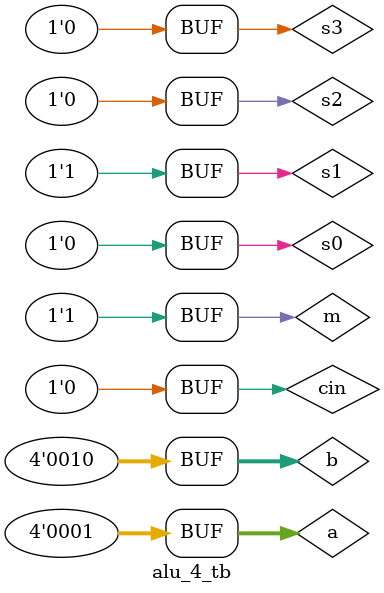
<source format=v>
`timescale 1ns / 1ps
module alu_4_tb();

    reg [3:0] a;
    reg [3:0] b;
    reg s0;
    reg s1;
    reg s2;
    reg s3;
    reg cin;
    reg m;
    wire [3:0] f;
    wire cout;

ALU_4 a1 (a,b,s0,s1,s2,s3,cin,m,f,cout);

initial begin

/* a = 0;
b = 0;
s0 = 0;
s1 = 0;
s2 = 0;
s3 = 0;
cin = 0;
m = 0;

#100;

a = 4'h3;
b = 4'h5;
s0 = 0;
s1 = 0;
s2 = 0;
s3 = 0;
cin = 0;
m = 1;

#20;

a = 4'h3;
b = 4'h5;
s0 = 1;
s1 = 0;
s2 = 0;
s3 = 0;
cin = 0;
m = 1;

#20;

a = 4'h3;
b = 4'h5;
s0 = 0;
s1 = 1;
s2 = 0;
s3 = 0;
cin = 0;
m = 1;

#20;

a = 4'h3;
b = 4'h5;
s0 = 1;
s1 = 1;
s2 = 0;
s3 = 0;
cin = 0;
m = 1;

#20;

a = 4'h3;
b = 4'h5;
s0 = 0;
s1 = 0;
s2 = 1;
s3 = 0;
cin = 0;
m = 1;

#20;

a = 4'h3;
b = 4'h5;
s0 = 1;
s1 = 0;
s2 = 0;
s3 = 0;
cin = 1;
m = 0; */


// logical operation_1  

/*a = 4'h1;
b = 4'h2;
s0 = 0;
s1 = 0;
s2 = 0;
s3 = 0;
m = 1;
cin = 0;


#100; 

a = 4'h1;
b = 4'h2;
s0 = 1;
s1 = 0;
s2 = 0;
s3 = 0;
m = 1;
cin = 0;

 #100;*/
a = 4'h1;
b = 4'h2;
s0 = 0;
s1 = 1;
s2 = 0;
s3 = 0;
m = 1;
cin = 0;

/*#100;

a = 4'h1;
b = 4'h2;
s0 = 1;
s1 = 1;
s2 = 0;
s3 = 0;
m = 1;
cin = 0;

#100;
a = 4'h1;
b = 4'h2;
s0 = 0;
s1 = 0;
s2 = 1;
s3 = 0;
m = 1;
cin = 0;

#100;

a = 4'h1;
b = 4'h2;
s0 = 1;
s1 = 0;
s2 = 1;
s3 = 0;
m = 1;
cin = 0;


#100;

a = 4'h1;
b = 4'h2;
s0 = 0;
s1 = 1;
s2 = 1;
s3 = 0;
m = 1;
cin = 0;

#100;
a = 4'h1;
b = 4'h2;
s0 = 1;
s1 = 1;
s2 = 1;
s3 = 0;
m = 1;
cin = 0;

#100;

a = 4'h1;
b = 4'h2;
s0 = 0;
s1 = 0;
s2 = 0;
s3 = 1;
m = 1;
cin = 0;

#100;
a = 4'h1;
b = 4'h2;
s0 = 1;
s1 = 0;
s2 = 0;
s3 = 1;
m = 1;
cin = 0;

#100;

a = 4'h1;
b = 4'h2;
s0 = 0;
s1 = 1;
s2 = 0;
s3 = 1;
m = 1;
cin = 0;


#100;

a = 4'h1;
b = 4'h2;
s0 = 1;
s1 = 1;
s2 = 0;
s3 = 1;
m = 1;
cin = 0;

#100;
a = 4'h1;
b = 4'h2;
s0 = 0;
s1 = 0;
s2 = 1;
s3 = 1;
m = 1;
cin = 0;

#100;

a = 4'h1;
b = 4'h2;
s0 = 1;
s1 = 0;
s2 = 1;
s3 = 1;
m = 1;
cin = 0;

#100;
a = 4'h1;
b = 4'h2;
s0 = 0;
s1 = 1;
s2 = 1;
s3 = 1;
m = 1;
cin = 0;

#100;
a = 4'h1;
b = 4'h2;
s0 = 1;
s1 = 1;
s2 = 1;
s3 = 1;
m = 1;
cin = 0; */

end

endmodule
</source>
